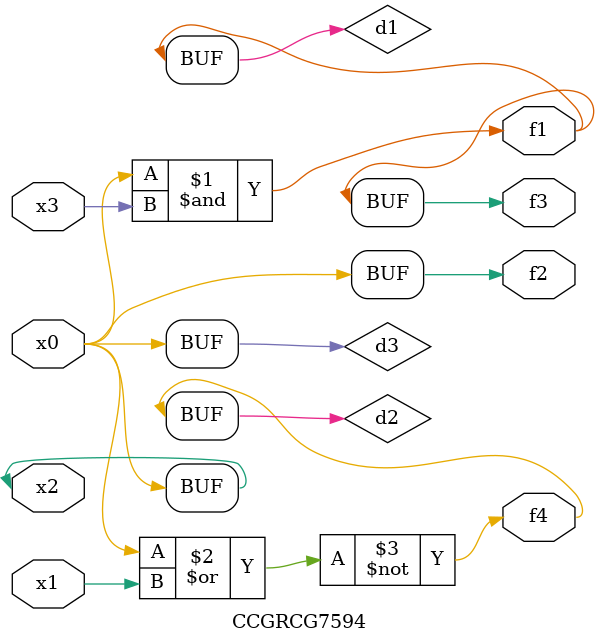
<source format=v>
module CCGRCG7594(
	input x0, x1, x2, x3,
	output f1, f2, f3, f4
);

	wire d1, d2, d3;

	and (d1, x2, x3);
	nor (d2, x0, x1);
	buf (d3, x0, x2);
	assign f1 = d1;
	assign f2 = d3;
	assign f3 = d1;
	assign f4 = d2;
endmodule

</source>
